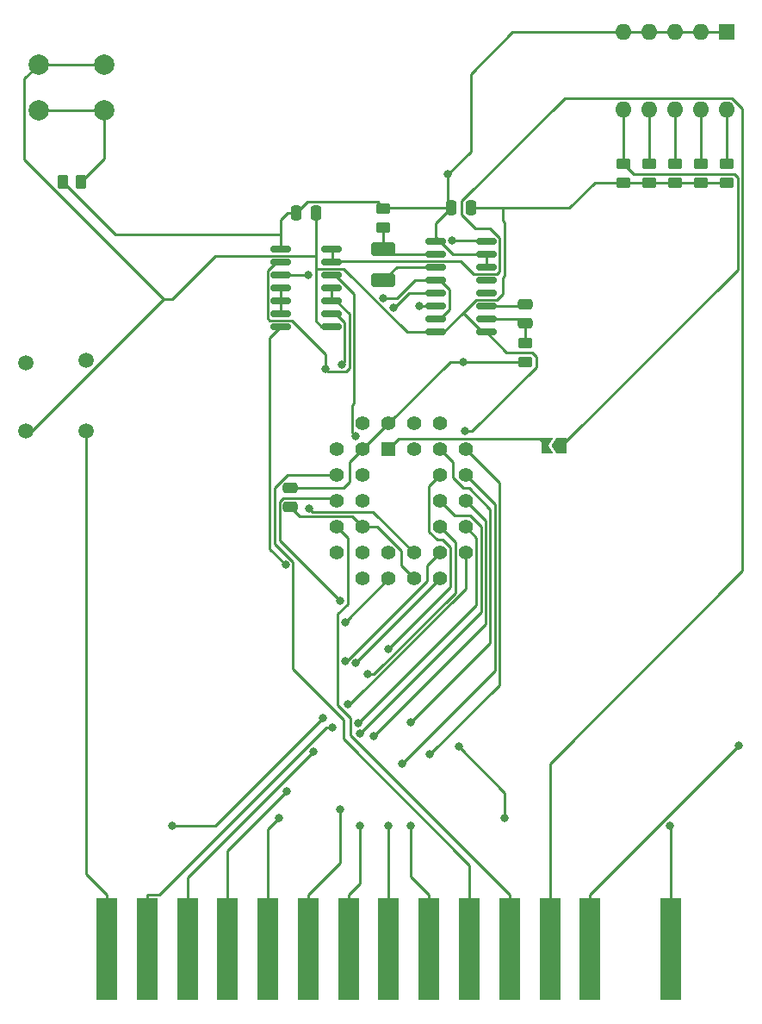
<source format=gbr>
G04 #@! TF.GenerationSoftware,KiCad,Pcbnew,(6.0.9)*
G04 #@! TF.CreationDate,2023-09-15T10:25:23+02:00*
G04 #@! TF.ProjectId,p2000t-multicartridge-smd,70323030-3074-42d6-9d75-6c7469636172,rev?*
G04 #@! TF.SameCoordinates,Original*
G04 #@! TF.FileFunction,Copper,L2,Bot*
G04 #@! TF.FilePolarity,Positive*
%FSLAX46Y46*%
G04 Gerber Fmt 4.6, Leading zero omitted, Abs format (unit mm)*
G04 Created by KiCad (PCBNEW (6.0.9)) date 2023-09-15 10:25:23*
%MOMM*%
%LPD*%
G01*
G04 APERTURE LIST*
G04 Aperture macros list*
%AMRoundRect*
0 Rectangle with rounded corners*
0 $1 Rounding radius*
0 $2 $3 $4 $5 $6 $7 $8 $9 X,Y pos of 4 corners*
0 Add a 4 corners polygon primitive as box body*
4,1,4,$2,$3,$4,$5,$6,$7,$8,$9,$2,$3,0*
0 Add four circle primitives for the rounded corners*
1,1,$1+$1,$2,$3*
1,1,$1+$1,$4,$5*
1,1,$1+$1,$6,$7*
1,1,$1+$1,$8,$9*
0 Add four rect primitives between the rounded corners*
20,1,$1+$1,$2,$3,$4,$5,0*
20,1,$1+$1,$4,$5,$6,$7,0*
20,1,$1+$1,$6,$7,$8,$9,0*
20,1,$1+$1,$8,$9,$2,$3,0*%
%AMFreePoly0*
4,1,6,0.500000,-0.750000,-0.650000,-0.750000,-0.150000,0.000000,-0.650000,0.750000,0.500000,0.750000,0.500000,-0.750000,0.500000,-0.750000,$1*%
%AMFreePoly1*
4,1,6,1.000000,0.000000,0.500000,-0.750000,-0.500000,-0.750000,-0.500000,0.750000,0.500000,0.750000,1.000000,0.000000,1.000000,0.000000,$1*%
G04 Aperture macros list end*
G04 #@! TA.AperFunction,ComponentPad*
%ADD10C,2.000000*%
G04 #@! TD*
G04 #@! TA.AperFunction,ComponentPad*
%ADD11C,1.500000*%
G04 #@! TD*
G04 #@! TA.AperFunction,ComponentPad*
%ADD12R,1.600000X1.600000*%
G04 #@! TD*
G04 #@! TA.AperFunction,ComponentPad*
%ADD13O,1.600000X1.600000*%
G04 #@! TD*
G04 #@! TA.AperFunction,SMDPad,CuDef*
%ADD14RoundRect,0.150000X0.825000X0.150000X-0.825000X0.150000X-0.825000X-0.150000X0.825000X-0.150000X0*%
G04 #@! TD*
G04 #@! TA.AperFunction,SMDPad,CuDef*
%ADD15RoundRect,0.250000X-0.250000X-0.475000X0.250000X-0.475000X0.250000X0.475000X-0.250000X0.475000X0*%
G04 #@! TD*
G04 #@! TA.AperFunction,SMDPad,CuDef*
%ADD16RoundRect,0.250000X-0.475000X0.250000X-0.475000X-0.250000X0.475000X-0.250000X0.475000X0.250000X0*%
G04 #@! TD*
G04 #@! TA.AperFunction,SMDPad,CuDef*
%ADD17FreePoly0,180.000000*%
G04 #@! TD*
G04 #@! TA.AperFunction,SMDPad,CuDef*
%ADD18FreePoly1,180.000000*%
G04 #@! TD*
G04 #@! TA.AperFunction,SMDPad,CuDef*
%ADD19RoundRect,0.250000X-0.925000X0.412500X-0.925000X-0.412500X0.925000X-0.412500X0.925000X0.412500X0*%
G04 #@! TD*
G04 #@! TA.AperFunction,SMDPad,CuDef*
%ADD20RoundRect,0.250000X-0.262500X-0.450000X0.262500X-0.450000X0.262500X0.450000X-0.262500X0.450000X0*%
G04 #@! TD*
G04 #@! TA.AperFunction,SMDPad,CuDef*
%ADD21RoundRect,0.250000X-0.450000X0.262500X-0.450000X-0.262500X0.450000X-0.262500X0.450000X0.262500X0*%
G04 #@! TD*
G04 #@! TA.AperFunction,SMDPad,CuDef*
%ADD22R,2.000000X10.000000*%
G04 #@! TD*
G04 #@! TA.AperFunction,SMDPad,CuDef*
%ADD23RoundRect,0.250000X0.475000X-0.250000X0.475000X0.250000X-0.475000X0.250000X-0.475000X-0.250000X0*%
G04 #@! TD*
G04 #@! TA.AperFunction,ComponentPad*
%ADD24R,1.422400X1.422400*%
G04 #@! TD*
G04 #@! TA.AperFunction,ComponentPad*
%ADD25C,1.422400*%
G04 #@! TD*
G04 #@! TA.AperFunction,SMDPad,CuDef*
%ADD26RoundRect,0.250000X0.450000X-0.262500X0.450000X0.262500X-0.450000X0.262500X-0.450000X-0.262500X0*%
G04 #@! TD*
G04 #@! TA.AperFunction,ViaPad*
%ADD27C,0.800000*%
G04 #@! TD*
G04 #@! TA.AperFunction,Conductor*
%ADD28C,0.250000*%
G04 #@! TD*
G04 APERTURE END LIST*
D10*
X55247000Y-52345000D03*
X48747000Y-52345000D03*
X55247000Y-56845000D03*
X48747000Y-56845000D03*
D11*
X47498000Y-81661000D03*
X47498000Y-88370000D03*
X53445000Y-88370000D03*
X53467000Y-81407000D03*
D12*
X116459000Y-49149000D03*
D13*
X113919000Y-49149000D03*
X111379000Y-49149000D03*
X108839000Y-49149000D03*
X106299000Y-49149000D03*
X106299000Y-56769000D03*
X108839000Y-56769000D03*
X111379000Y-56769000D03*
X113919000Y-56769000D03*
X116459000Y-56769000D03*
D14*
X77532000Y-70485000D03*
X77532000Y-71755000D03*
X77532000Y-73025000D03*
X77532000Y-74295000D03*
X77532000Y-75565000D03*
X77532000Y-76835000D03*
X77532000Y-78105000D03*
X72582000Y-78105000D03*
X72582000Y-76835000D03*
X72582000Y-75565000D03*
X72582000Y-74295000D03*
X72582000Y-73025000D03*
X72582000Y-71755000D03*
X72582000Y-70485000D03*
D15*
X74107000Y-66929000D03*
X76007000Y-66929000D03*
D16*
X73533000Y-93919000D03*
X73533000Y-95819000D03*
D17*
X98753000Y-89789000D03*
D18*
X100203000Y-89789000D03*
D14*
X92772000Y-69723000D03*
X92772000Y-70993000D03*
X92772000Y-72263000D03*
X92772000Y-73533000D03*
X92772000Y-74803000D03*
X92772000Y-76073000D03*
X92772000Y-77343000D03*
X92772000Y-78613000D03*
X87822000Y-78613000D03*
X87822000Y-77343000D03*
X87822000Y-76073000D03*
X87822000Y-74803000D03*
X87822000Y-73533000D03*
X87822000Y-72263000D03*
X87822000Y-70993000D03*
X87822000Y-69723000D03*
D19*
X82677000Y-70485000D03*
X82677000Y-73560000D03*
D15*
X89347000Y-66421000D03*
X91247000Y-66421000D03*
D20*
X51134000Y-63881000D03*
X52959000Y-63881000D03*
D21*
X82677000Y-66501000D03*
X82677000Y-68326000D03*
X96647000Y-79709000D03*
X96647000Y-81534000D03*
D22*
X55465000Y-139192000D03*
X59425000Y-139192000D03*
X63385000Y-139192000D03*
X67345000Y-139192000D03*
X71305000Y-139192000D03*
X75265000Y-139192000D03*
X79225000Y-139192000D03*
X83185000Y-139192000D03*
X87145000Y-139192000D03*
X91105000Y-139192000D03*
X95065000Y-139192000D03*
X99025000Y-139192000D03*
X102985000Y-139192000D03*
X110905000Y-139192000D03*
D23*
X96647000Y-77785000D03*
X96647000Y-75885000D03*
D24*
X83147000Y-90145000D03*
D25*
X85687000Y-87605000D03*
X85687000Y-90145000D03*
X88227000Y-87605000D03*
X90767000Y-90145000D03*
X88227000Y-90145000D03*
X90767000Y-92685000D03*
X88227000Y-92685000D03*
X90767000Y-95225000D03*
X88227000Y-95225000D03*
X90767000Y-97765000D03*
X88227000Y-97765000D03*
X90767000Y-100305000D03*
X88227000Y-102845000D03*
X88227000Y-100305000D03*
X85687000Y-102845000D03*
X85687000Y-100305000D03*
X83147000Y-102845000D03*
X83147000Y-100305000D03*
X80607000Y-102845000D03*
X78067000Y-100305000D03*
X80607000Y-100305000D03*
X78067000Y-97765000D03*
X80607000Y-97765000D03*
X78067000Y-95225000D03*
X80607000Y-95225000D03*
X78067000Y-92685000D03*
X80607000Y-92685000D03*
X78067000Y-90145000D03*
X80607000Y-87605000D03*
X80607000Y-90145000D03*
X83147000Y-87605000D03*
D26*
X113919000Y-63928000D03*
X113919000Y-62103000D03*
X106299000Y-63928000D03*
X106299000Y-62103000D03*
X116459000Y-63928000D03*
X116459000Y-62103000D03*
X111379000Y-63928000D03*
X111379000Y-62103000D03*
X108839000Y-63928000D03*
X108839000Y-62103000D03*
D27*
X82681200Y-75283600D03*
X89409300Y-69599900D03*
X83621300Y-76208800D03*
X73042400Y-101494900D03*
X78577900Y-81798800D03*
X77003100Y-82268800D03*
X117585900Y-119264200D03*
X75272100Y-73025000D03*
X79194200Y-115215400D03*
X77665700Y-117499800D03*
X78933100Y-110948600D03*
X75774700Y-119799600D03*
X78892700Y-107100900D03*
X73193900Y-123698700D03*
X72392300Y-126390000D03*
X81120600Y-112207300D03*
X78392600Y-125529400D03*
X80316400Y-118066600D03*
X80316400Y-127135200D03*
X83136600Y-109772700D03*
X83140100Y-127147500D03*
X85350200Y-116974600D03*
X85350200Y-127138600D03*
X79963400Y-88873800D03*
X78400000Y-105042000D03*
X90083300Y-119349900D03*
X94604900Y-126368700D03*
X87248700Y-120106300D03*
X84496400Y-121035000D03*
X81735300Y-118314300D03*
X80193200Y-117040300D03*
X75390300Y-95977100D03*
X79961300Y-111110700D03*
X76751600Y-116510400D03*
X61937300Y-127154300D03*
X89027000Y-63119000D03*
X90551000Y-81534000D03*
X86228800Y-76066800D03*
X110843600Y-127149300D03*
X90696500Y-88354500D03*
D28*
X99025000Y-121029800D02*
X117977000Y-102077800D01*
X88232100Y-73533000D02*
X87822000Y-73533000D01*
X89124500Y-74425400D02*
X88232100Y-73533000D01*
X89124500Y-76420900D02*
X89124500Y-74425400D01*
X88202400Y-77343000D02*
X89124500Y-76420900D01*
X87822000Y-77343000D02*
X88202400Y-77343000D01*
X84036900Y-75283600D02*
X82681200Y-75283600D01*
X85787500Y-73533000D02*
X84036900Y-75283600D01*
X87822000Y-73533000D02*
X85787500Y-73533000D01*
X55247000Y-56845000D02*
X48747000Y-56845000D01*
X55247000Y-61593000D02*
X55247000Y-56845000D01*
X52959000Y-63881000D02*
X55247000Y-61593000D01*
X92648900Y-69599900D02*
X89409300Y-69599900D01*
X92772000Y-69723000D02*
X92648900Y-69599900D01*
X96205000Y-77343000D02*
X96647000Y-77785000D01*
X92772000Y-77343000D02*
X96205000Y-77343000D01*
X96647000Y-79709000D02*
X96647000Y-77785000D01*
X96459000Y-76073000D02*
X96647000Y-75885000D01*
X92772000Y-76073000D02*
X96459000Y-76073000D01*
X82677000Y-68326000D02*
X82677000Y-70485000D01*
X83185000Y-70993000D02*
X82677000Y-70485000D01*
X87822000Y-70993000D02*
X83185000Y-70993000D01*
X83974000Y-72263000D02*
X82677000Y-73560000D01*
X87822000Y-72263000D02*
X83974000Y-72263000D01*
X72582000Y-74295000D02*
X72582000Y-75565000D01*
X72582000Y-75565000D02*
X72582000Y-76835000D01*
X53445000Y-131845100D02*
X53445000Y-88370000D01*
X55465000Y-133865100D02*
X53445000Y-131845100D01*
X55465000Y-139192000D02*
X55465000Y-133865100D01*
X83750800Y-76208800D02*
X83621300Y-76208800D01*
X85156600Y-74803000D02*
X83750800Y-76208800D01*
X87822000Y-74803000D02*
X85156600Y-74803000D01*
X98072800Y-89108800D02*
X98753000Y-89789000D01*
X84183200Y-89108800D02*
X98072800Y-89108800D01*
X83147000Y-90145000D02*
X84183200Y-89108800D01*
X71494200Y-79192800D02*
X72582000Y-78105000D01*
X71494200Y-99946700D02*
X71494200Y-79192800D01*
X73042400Y-101494900D02*
X71494200Y-99946700D01*
X78834500Y-81542200D02*
X78577900Y-81798800D01*
X78834500Y-77648600D02*
X78834500Y-81542200D01*
X78020900Y-76835000D02*
X78834500Y-77648600D01*
X77532000Y-76835000D02*
X78020900Y-76835000D01*
X106299000Y-56769000D02*
X106299000Y-62103000D01*
X117490600Y-72501400D02*
X100203000Y-89789000D01*
X117490600Y-63425400D02*
X117490600Y-72501400D01*
X117147200Y-63082000D02*
X117490600Y-63425400D01*
X107278000Y-63082000D02*
X117147200Y-63082000D01*
X106299000Y-62103000D02*
X107278000Y-63082000D01*
X108839000Y-56769000D02*
X108839000Y-62103000D01*
X111379000Y-56769000D02*
X111379000Y-62103000D01*
X113919000Y-56769000D02*
X113919000Y-62103000D01*
X116459000Y-56769000D02*
X116459000Y-62103000D01*
X77659000Y-70612000D02*
X77532000Y-70485000D01*
X77659000Y-71628000D02*
X77659000Y-70612000D01*
X90288000Y-71628000D02*
X77659000Y-71628000D01*
X91558000Y-72898000D02*
X90288000Y-71628000D01*
X93843400Y-72898000D02*
X91558000Y-72898000D01*
X94096400Y-72645000D02*
X93843400Y-72898000D01*
X94096400Y-69389500D02*
X94096400Y-72645000D01*
X93156300Y-68449400D02*
X94096400Y-69389500D01*
X91730900Y-68449400D02*
X93156300Y-68449400D01*
X90363600Y-67082100D02*
X91730900Y-68449400D01*
X90363600Y-65754600D02*
X90363600Y-67082100D01*
X100495900Y-55622300D02*
X90363600Y-65754600D01*
X116919600Y-55622300D02*
X100495900Y-55622300D01*
X117977000Y-56679700D02*
X116919600Y-55622300D01*
X117977000Y-102077800D02*
X117977000Y-56679700D01*
X99025000Y-139192000D02*
X99025000Y-121029800D01*
X77659000Y-71628000D02*
X77532000Y-71755000D01*
X77003100Y-80815100D02*
X77003100Y-82268800D01*
X73658000Y-77470000D02*
X77003100Y-80815100D01*
X71485800Y-77470000D02*
X73658000Y-77470000D01*
X71272500Y-77256700D02*
X71485800Y-77470000D01*
X71272500Y-72624800D02*
X71272500Y-77256700D01*
X72142300Y-71755000D02*
X71272500Y-72624800D01*
X72582000Y-71755000D02*
X72142300Y-71755000D01*
X77532000Y-75565000D02*
X77532000Y-74295000D01*
X78025700Y-75565000D02*
X77532000Y-75565000D01*
X79320200Y-76859500D02*
X78025700Y-75565000D01*
X79320200Y-82163200D02*
X79320200Y-76859500D01*
X78957700Y-82525700D02*
X79320200Y-82163200D01*
X77260000Y-82525700D02*
X78957700Y-82525700D01*
X77003100Y-82268800D02*
X77260000Y-82525700D01*
X102985000Y-139192000D02*
X102985000Y-133865100D01*
X117585900Y-119264200D02*
X102985000Y-133865100D01*
X72582000Y-73025000D02*
X75272100Y-73025000D01*
X60650600Y-133865100D02*
X59425000Y-133865100D01*
X77015900Y-117499800D02*
X60650600Y-133865100D01*
X77665700Y-117499800D02*
X77015900Y-117499800D01*
X59425000Y-139192000D02*
X59425000Y-133865100D01*
X79361000Y-115215400D02*
X79194200Y-115215400D01*
X90767000Y-103809400D02*
X79361000Y-115215400D01*
X90767000Y-100305000D02*
X90767000Y-103809400D01*
X63385000Y-132189300D02*
X75774700Y-119799600D01*
X63385000Y-139192000D02*
X63385000Y-132189300D01*
X79062900Y-110948600D02*
X78933100Y-110948600D01*
X86950400Y-103061100D02*
X79062900Y-110948600D01*
X86950400Y-101581600D02*
X86950400Y-103061100D01*
X88227000Y-100305000D02*
X86950400Y-101581600D01*
X67345000Y-129547600D02*
X67345000Y-139192000D01*
X73193900Y-123698700D02*
X67345000Y-129547600D01*
X78892700Y-107099300D02*
X78892700Y-107100900D01*
X83147000Y-102845000D02*
X78892700Y-107099300D01*
X71305000Y-127477300D02*
X72392300Y-126390000D01*
X71305000Y-139192000D02*
X71305000Y-127477300D01*
X75265000Y-139192000D02*
X75265000Y-133865100D01*
X81730000Y-112207300D02*
X81120600Y-112207300D01*
X89723600Y-104213700D02*
X81730000Y-112207300D01*
X89723600Y-99261600D02*
X89723600Y-104213700D01*
X88227000Y-97765000D02*
X89723600Y-99261600D01*
X78392600Y-130737500D02*
X78392600Y-125529400D01*
X75265000Y-133865100D02*
X78392600Y-130737500D01*
X79225000Y-139192000D02*
X79225000Y-133865100D01*
X92265900Y-106117100D02*
X80316400Y-118066600D01*
X92265900Y-97711700D02*
X92265900Y-106117100D01*
X91201200Y-96647000D02*
X92265900Y-97711700D01*
X89649000Y-96647000D02*
X91201200Y-96647000D01*
X88227000Y-95225000D02*
X89649000Y-96647000D01*
X80316400Y-132773700D02*
X79225000Y-133865100D01*
X80316400Y-127135200D02*
X80316400Y-132773700D01*
X83185000Y-139192000D02*
X83185000Y-133865100D01*
X83140100Y-133820200D02*
X83185000Y-133865100D01*
X83140100Y-127147500D02*
X83140100Y-133820200D01*
X89271700Y-103637600D02*
X83136600Y-109772700D01*
X89271700Y-99783900D02*
X89271700Y-103637600D01*
X88522800Y-99035000D02*
X89271700Y-99783900D01*
X87960600Y-99035000D02*
X88522800Y-99035000D01*
X87168100Y-98242500D02*
X87960600Y-99035000D01*
X87168100Y-93743900D02*
X87168100Y-98242500D01*
X88227000Y-92685000D02*
X87168100Y-93743900D01*
X87145000Y-139192000D02*
X87145000Y-133865100D01*
X89497000Y-91415000D02*
X88227000Y-90145000D01*
X89497000Y-92935300D02*
X89497000Y-91415000D01*
X90516700Y-93955000D02*
X89497000Y-92935300D01*
X91068800Y-93955000D02*
X90516700Y-93955000D01*
X93169700Y-96055900D02*
X91068800Y-93955000D01*
X93169700Y-109155100D02*
X93169700Y-96055900D01*
X85350200Y-116974600D02*
X93169700Y-109155100D01*
X85350200Y-132070300D02*
X85350200Y-127138600D01*
X87145000Y-133865100D02*
X85350200Y-132070300D01*
X73213000Y-92685000D02*
X78067000Y-92685000D01*
X72002500Y-93895500D02*
X73213000Y-92685000D01*
X72002500Y-99427000D02*
X72002500Y-93895500D01*
X73769300Y-101193800D02*
X72002500Y-99427000D01*
X73769300Y-111733900D02*
X73769300Y-101193800D01*
X78716800Y-116681400D02*
X73769300Y-111733900D01*
X78716800Y-118591200D02*
X78716800Y-116681400D01*
X91105000Y-130979400D02*
X78716800Y-118591200D01*
X91105000Y-139192000D02*
X91105000Y-130979400D01*
X95065000Y-139192000D02*
X95065000Y-133865100D01*
X79126900Y-98824900D02*
X78067000Y-97765000D01*
X79126900Y-105343100D02*
X79126900Y-98824900D01*
X78163500Y-106306500D02*
X79126900Y-105343100D01*
X78163500Y-115264100D02*
X78163500Y-106306500D01*
X79393800Y-116494400D02*
X78163500Y-115264100D01*
X79393800Y-118193900D02*
X79393800Y-116494400D01*
X95065000Y-133865100D02*
X79393800Y-118193900D01*
X79566300Y-88476700D02*
X79963400Y-88873800D01*
X79566300Y-85821000D02*
X79566300Y-88476700D01*
X79776300Y-85611000D02*
X79566300Y-85821000D01*
X79776300Y-74888900D02*
X79776300Y-85611000D01*
X77912400Y-73025000D02*
X79776300Y-74888900D01*
X77532000Y-73025000D02*
X77912400Y-73025000D01*
X72467300Y-99109300D02*
X78400000Y-105042000D01*
X72467300Y-95292500D02*
X72467300Y-99109300D01*
X72791100Y-94968700D02*
X72467300Y-95292500D01*
X77810700Y-94968700D02*
X72791100Y-94968700D01*
X78067000Y-95225000D02*
X77810700Y-94968700D01*
X94604900Y-123871500D02*
X94604900Y-126368700D01*
X90083300Y-119349900D02*
X94604900Y-123871500D01*
X94073500Y-113281500D02*
X87248700Y-120106300D01*
X94073500Y-93451500D02*
X94073500Y-113281500D01*
X90767000Y-90145000D02*
X94073500Y-93451500D01*
X93621600Y-95539600D02*
X90767000Y-92685000D01*
X93621600Y-111909800D02*
X93621600Y-95539600D01*
X84496400Y-121035000D02*
X93621600Y-111909800D01*
X92717800Y-97175800D02*
X90767000Y-95225000D01*
X92717800Y-107331800D02*
X92717800Y-97175800D01*
X81735300Y-118314300D02*
X92717800Y-107331800D01*
X91806000Y-105427500D02*
X80193200Y-117040300D01*
X91806000Y-98804000D02*
X91806000Y-105427500D01*
X90767000Y-97765000D02*
X91806000Y-98804000D01*
X75678700Y-96265500D02*
X75390300Y-95977100D01*
X81647500Y-96265500D02*
X75678700Y-96265500D01*
X85687000Y-100305000D02*
X81647500Y-96265500D01*
X66107700Y-127154300D02*
X61937300Y-127154300D01*
X76751600Y-116510400D02*
X66107700Y-127154300D01*
X88227000Y-102845000D02*
X79961300Y-111110700D01*
X89027000Y-66101000D02*
X89347000Y-66421000D01*
X89027000Y-63119000D02*
X89027000Y-66101000D01*
X96647000Y-81534000D02*
X90551000Y-81534000D01*
X79375000Y-91377000D02*
X80607000Y-90145000D01*
X79375000Y-93310000D02*
X79375000Y-91377000D01*
X78766000Y-93919000D02*
X79375000Y-93310000D01*
X73533000Y-93919000D02*
X78766000Y-93919000D01*
X95377000Y-49149000D02*
X106299000Y-49149000D01*
X91247000Y-53279000D02*
X95377000Y-49149000D01*
X91247000Y-60899000D02*
X91247000Y-53279000D01*
X89027000Y-63119000D02*
X91247000Y-60899000D01*
X106299000Y-49149000D02*
X108839000Y-49149000D01*
X108839000Y-49149000D02*
X111379000Y-49149000D01*
X111379000Y-49149000D02*
X113919000Y-49149000D01*
X113919000Y-49149000D02*
X116459000Y-49149000D01*
X80607000Y-90145000D02*
X83147000Y-87605000D01*
X92772000Y-72263000D02*
X92772000Y-70993000D01*
X87822000Y-67946000D02*
X87822000Y-69294000D01*
X89347000Y-66421000D02*
X87822000Y-67946000D01*
X87822000Y-69294000D02*
X87822000Y-69723000D01*
X89521000Y-70993000D02*
X92772000Y-70993000D01*
X87822000Y-69294000D02*
X89521000Y-70993000D01*
X72582000Y-70485000D02*
X72582000Y-69025700D01*
X73279000Y-66929000D02*
X74107000Y-66929000D01*
X72582000Y-67626000D02*
X73279000Y-66929000D01*
X72582000Y-69025700D02*
X72582000Y-67626000D01*
X56278700Y-69025700D02*
X51134000Y-63881000D01*
X72582000Y-69025700D02*
X56278700Y-69025700D01*
X87815800Y-76066800D02*
X86228800Y-76066800D01*
X87822000Y-76073000D02*
X87815800Y-76066800D01*
X89218000Y-81534000D02*
X83147000Y-87605000D01*
X90551000Y-81534000D02*
X89218000Y-81534000D01*
X82677000Y-66501000D02*
X82717000Y-66461000D01*
X82757000Y-66421000D02*
X89347000Y-66421000D01*
X82717000Y-66461000D02*
X82757000Y-66421000D01*
X75189200Y-65846800D02*
X74107000Y-66929000D01*
X82102800Y-65846800D02*
X75189200Y-65846800D01*
X82717000Y-66461000D02*
X82102800Y-65846800D01*
X108839000Y-63928000D02*
X106299000Y-63928000D01*
X111379000Y-63928000D02*
X108839000Y-63928000D01*
X116459000Y-63928000D02*
X113919000Y-63928000D01*
X113919000Y-63928000D02*
X111379000Y-63928000D01*
X79570800Y-96728800D02*
X80607000Y-97765000D01*
X74442800Y-96728800D02*
X79570800Y-96728800D01*
X73533000Y-95819000D02*
X74442800Y-96728800D01*
X100965000Y-66421000D02*
X94401000Y-66421000D01*
X103458000Y-63928000D02*
X100965000Y-66421000D01*
X106299000Y-63928000D02*
X103458000Y-63928000D01*
X94401000Y-66421000D02*
X91247000Y-66421000D01*
X88580800Y-78613000D02*
X87822000Y-78613000D01*
X90480200Y-76713600D02*
X88580800Y-78613000D01*
X94401000Y-67664700D02*
X94401000Y-66421000D01*
X94588100Y-67851800D02*
X94401000Y-67664700D01*
X94588100Y-73115900D02*
X94588100Y-67851800D01*
X94401000Y-73303000D02*
X94588100Y-73115900D01*
X94401000Y-74844200D02*
X94401000Y-73303000D01*
X93807200Y-75438000D02*
X94401000Y-74844200D01*
X91755800Y-75438000D02*
X93807200Y-75438000D01*
X90480200Y-76713600D02*
X91755800Y-75438000D01*
X76007000Y-77531000D02*
X76007000Y-72390000D01*
X76581000Y-78105000D02*
X76007000Y-77531000D01*
X77532000Y-78105000D02*
X76581000Y-78105000D01*
X110905000Y-127210700D02*
X110843600Y-127149300D01*
X110905000Y-139192000D02*
X110905000Y-127210700D01*
X92379500Y-78613000D02*
X92772000Y-78613000D01*
X90480200Y-76713600D02*
X92379500Y-78613000D01*
X48747000Y-52345000D02*
X55247000Y-52345000D01*
X82081400Y-97765000D02*
X80607000Y-97765000D01*
X84417000Y-100100600D02*
X82081400Y-97765000D01*
X84417000Y-101575000D02*
X84417000Y-100100600D01*
X85687000Y-102845000D02*
X84417000Y-101575000D01*
X91400700Y-88354500D02*
X90696500Y-88354500D01*
X97688800Y-82066400D02*
X91400700Y-88354500D01*
X97688800Y-81036300D02*
X97688800Y-82066400D01*
X97274000Y-80621500D02*
X97688800Y-81036300D01*
X94780500Y-80621500D02*
X97274000Y-80621500D01*
X92772000Y-78613000D02*
X94780500Y-80621500D01*
X76007000Y-72390000D02*
X76007000Y-71120000D01*
X76007000Y-71120000D02*
X76007000Y-66929000D01*
X48101400Y-88370000D02*
X47498000Y-88370000D01*
X61088300Y-75383100D02*
X48101400Y-88370000D01*
X61088300Y-75383200D02*
X61088300Y-75383100D01*
X61863900Y-75383200D02*
X61088300Y-75383200D01*
X66127100Y-71120000D02*
X61863900Y-75383200D01*
X76007000Y-71120000D02*
X66127100Y-71120000D01*
X47366400Y-53725600D02*
X48747000Y-52345000D01*
X47366400Y-61661300D02*
X47366400Y-53725600D01*
X61088300Y-75383100D02*
X47366400Y-61661300D01*
X84982700Y-78613000D02*
X87822000Y-78613000D01*
X78759700Y-72390000D02*
X84982700Y-78613000D01*
X76007000Y-72390000D02*
X78759700Y-72390000D01*
M02*

</source>
